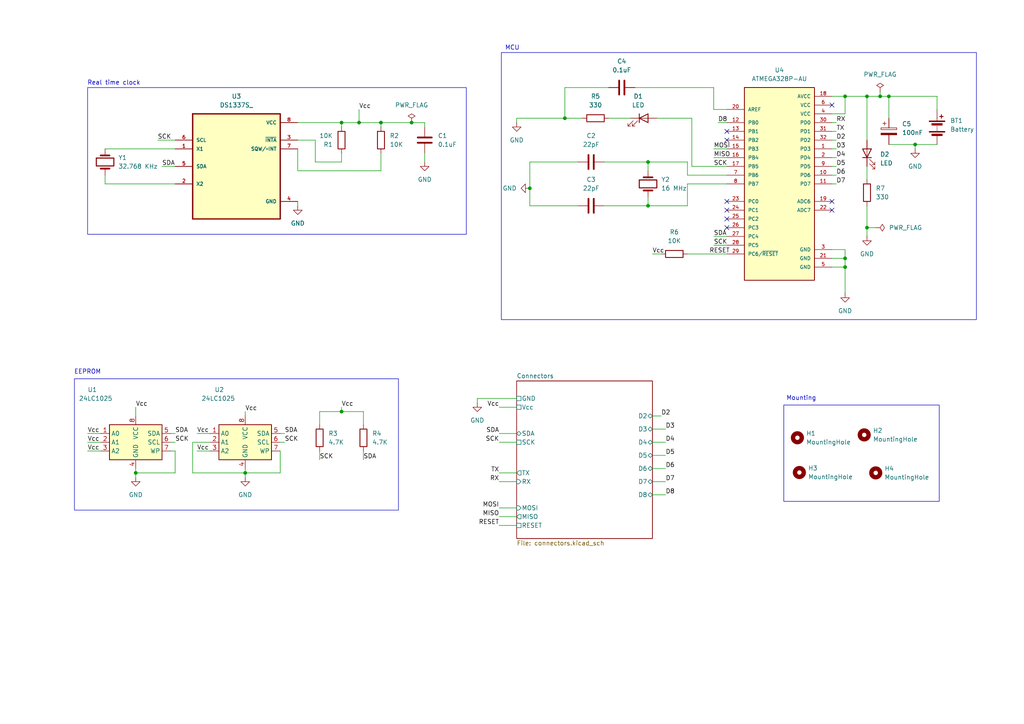
<source format=kicad_sch>
(kicad_sch (version 20250114) (generator "eeschema") (generator_version "9.0")
  (paper "A4")
  (title_block (title "${project_name}") (date "2025-08-30") (rev "1"))
  (lib_symbols
    (symbol "ATMEGA328P-AU:ATMEGA328P-AU" (pin_names (offset 1.016))
      (property "Reference" "U4" (at 0 33.02 0))
      (property "Value" "ATMEGA328P-AU" (at 0 30.48 0))
      (symbol "ATMEGA328P-AU_0_0"
        (rectangle (start -10.16 -27.94) (end 10.16 27.94) (stroke (width 0.254)) (fill (type background)))
        (pin input line (at -15.24 21.59 0) (length 5.08) (name "AREF") (number "20"))
        (pin bidirectional line (at -15.24 17.78 0) (length 5.08) (name "PB0") (number "12"))
        (pin bidirectional line (at -15.24 15.24 0) (length 5.08) (name "PB1") (number "13"))
        (pin bidirectional line (at -15.24 12.7 0) (length 5.08) (name "PB2") (number "14"))
        (pin bidirectional line (at -15.24 10.16 0) (length 5.08) (name "PB3") (number "15"))
        (pin bidirectional line (at -15.24 7.62 0) (length 5.08) (name "PB4") (number "16"))
        (pin bidirectional line (at -15.24 5.08 0) (length 5.08) (name "PB5") (number "17"))
        (pin bidirectional line (at -15.24 2.54 0) (length 5.08) (name "PB6") (number "7"))
        (pin bidirectional line (at -15.24 0 0) (length 5.08) (name "PB7") (number "8"))
        (pin bidirectional line (at -15.24 -5.08 0) (length 5.08) (name "PC0") (number "23"))
        (pin bidirectional line (at -15.24 -7.62 0) (length 5.08) (name "PC1") (number "24"))
        (pin bidirectional line (at -15.24 -10.16 0) (length 5.08) (name "PC2") (number "25"))
        (pin bidirectional line (at -15.24 -12.7 0) (length 5.08) (name "PC3") (number "26"))
        (pin bidirectional line (at -15.24 -15.24 0) (length 5.08) (name "PC4") (number "27"))
        (pin bidirectional line (at -15.24 -17.78 0) (length 5.08) (name "PC5") (number "28"))
        (pin bidirectional line (at -15.24 -20.32 0) (length 5.08) (name "PC6/~{RESET}") (number "29"))
        (pin power_in line (at 15.24 25.4 180) (length 5.08) (name "AVCC") (number "18"))
        (pin power_in line (at 15.24 22.86 180) (length 5.08) (name "VCC") (number "6"))
        (pin power_in line (at 15.24 20.32 180) (length 5.08) (name "VCC") (number "4"))
        (pin bidirectional line (at 15.24 17.78 180) (length 5.08) (name "PD0") (number "30"))
        (pin bidirectional line (at 15.24 15.24 180) (length 5.08) (name "PD1") (number "31"))
        (pin bidirectional line (at 15.24 12.7 180) (length 5.08) (name "PD2") (number "32"))
        (pin bidirectional line (at 15.24 10.16 180) (length 5.08) (name "PD3") (number "1"))
        (pin bidirectional line (at 15.24 7.62 180) (length 5.08) (name "PD4") (number "2"))
        (pin bidirectional line (at 15.24 5.08 180) (length 5.08) (name "PD5") (number "9"))
        (pin bidirectional line (at 15.24 2.54 180) (length 5.08) (name "PD6") (number "10"))
        (pin bidirectional line (at 15.24 0 180) (length 5.08) (name "PD7") (number "11"))
        (pin bidirectional line (at 15.24 -5.08 180) (length 5.08) (name "ADC6") (number "19"))
        (pin bidirectional line (at 15.24 -7.62 180) (length 5.08) (name "ADC7") (number "22"))
        (pin power_in line (at 15.24 -19.05 180) (length 5.08) (name "GND") (number "3"))
        (pin power_in line (at 15.24 -21.59 180) (length 5.08) (name "GND") (number "21"))
        (pin power_in line (at 15.24 -24.13 180) (length 5.08) (name "GND") (number "5"))
      )
    )
    (symbol "DS1337S_:DS1337S_" (pin_names (offset 1.016))
      (property "Reference" "U" (at -12.7 16.24 0))
      (property "Value" "DS1337S_" (at -12.7 -19.24 0))
      (symbol "DS1337S__0_0"
        (rectangle (start -12.7 -15.24) (end 12.7 15.24) (stroke (width 0.41)) (fill (type background)))
        (pin input line (at -17.78 7.62 0) (length 5.08) (name "SCL") (number "6"))
        (pin input line (at -17.78 5.08 0) (length 5.08) (name "X1") (number "1"))
        (pin bidirectional line (at -17.78 0 0) (length 5.08) (name "SDA") (number "5"))
        (pin bidirectional line (at -17.78 -5.08 0) (length 5.08) (name "X2") (number "2"))
        (pin power_in line (at 17.78 12.7 180) (length 5.08) (name "VCC") (number "8"))
        (pin output line (at 17.78 7.62 180) (length 5.08) (name "~{INTA}") (number "3"))
        (pin output line (at 17.78 5.08 180) (length 5.08) (name "SQW/~INT") (number "7"))
        (pin power_in line (at 17.78 -10.16 180) (length 5.08) (name "GND") (number "4"))
      )
    )
    (symbol "Device:Battery" (pin_numbers (hide yes)) (pin_names (offset 0) (hide yes))
      (property "Reference" "BT" (at 2.54 2.54 0))
      (property "Value" "Battery" (at 2.54 0 0))
      (symbol "Battery_0_1"
        (rectangle (start -2.286 1.778) (end 2.286 1.524) (fill (type outline)))
        (rectangle (start -2.286 -1.27) (end 2.286 -1.524) (fill (type outline)))
        (rectangle (start -1.524 1.016) (end 1.524 0.508) (fill (type outline)))
        (rectangle (start -1.524 -2.032) (end 1.524 -2.54) (fill (type outline)))
        (polyline (pts (xy 0 1.778) (xy 0 2.54)))
        (polyline (pts (xy 0 0) (xy 0 0.254)))
        (polyline (pts (xy 0 -0.508) (xy 0 -0.254)))
        (polyline (pts (xy 0 -1.016) (xy 0 -0.762)))
        (polyline (pts (xy 0.762 3.048) (xy 1.778 3.048)) (stroke (width 0.254)))
        (polyline (pts (xy 1.27 3.556) (xy 1.27 2.54)) (stroke (width 0.254)))
      )
      (symbol "Battery_1_1"
        (pin passive line (at 0 5.08 270) (length 2.54) (name "+") (number "1"))
        (pin passive line (at 0 -5.08 90) (length 2.54) (name "-") (number "2"))
      )
    )
    (symbol "Device:C" (pin_numbers (hide yes)) (pin_names (offset 0.254))
      (property "Reference" "C" (at 0.635 2.54 0))
      (property "Value" "C" (at 0.635 -2.54 0))
      (symbol "C_0_1"
        (polyline (pts (xy -2.032 0.762) (xy 2.032 0.762)) (stroke (width 0.508)))
        (polyline (pts (xy -2.032 -0.762) (xy 2.032 -0.762)) (stroke (width 0.508)))
      )
      (symbol "C_1_1"
        (pin passive line (at 0 3.81 270) (length 2.794) (name "~") (number "1"))
        (pin passive line (at 0 -3.81 90) (length 2.794) (name "~") (number "2"))
      )
    )
    (symbol "Device:C_Polarized" (pin_numbers (hide yes)) (pin_names (offset 0.254))
      (property "Reference" "C" (at 0.635 2.54 0))
      (property "Value" "C_Polarized" (at 0.635 -2.54 0))
      (symbol "C_Polarized_0_1"
        (rectangle (start -2.286 0.508) (end 2.286 1.016))
        (polyline (pts (xy -1.778 2.286) (xy -0.762 2.286)))
        (polyline (pts (xy -1.27 2.794) (xy -1.27 1.778)))
        (rectangle (start 2.286 -0.508) (end -2.286 -1.016) (fill (type outline)))
      )
      (symbol "C_Polarized_1_1"
        (pin passive line (at 0 3.81 270) (length 2.794) (name "~") (number "1"))
        (pin passive line (at 0 -3.81 90) (length 2.794) (name "~") (number "2"))
      )
    )
    (symbol "Device:Crystal" (pin_numbers (hide yes)) (pin_names (offset 1.016) (hide yes))
      (property "Reference" "Y" (at 0 3.81 0))
      (property "Value" "Crystal" (at 0 -3.81 0))
      (symbol "Crystal_0_1"
        (polyline (pts (xy -2.54 0) (xy -1.905 0)))
        (polyline (pts (xy -1.905 -1.27) (xy -1.905 1.27)) (stroke (width 0.508)))
        (rectangle (start -1.143 2.54) (end 1.143 -2.54) (stroke (width 0.3048)))
        (polyline (pts (xy 1.905 -1.27) (xy 1.905 1.27)) (stroke (width 0.508)))
        (polyline (pts (xy 2.54 0) (xy 1.905 0)))
      )
      (symbol "Crystal_1_1"
        (pin passive line (at -3.81 0 0) (length 1.27) (name "1") (number "1"))
        (pin passive line (at 3.81 0 180) (length 1.27) (name "2") (number "2"))
      )
    )
    (symbol "Device:LED" (pin_numbers (hide yes)) (pin_names (offset 1.016) (hide yes))
      (property "Reference" "D" (at 0 2.54 0))
      (property "Value" "LED" (at 0 -2.54 0))
      (symbol "LED_0_1"
        (polyline (pts (xy -3.048 -0.762) (xy -4.572 -2.286) (xy -3.81 -2.286) (xy -4.572 -2.286) (xy -4.572 -1.524)))
        (polyline (pts (xy -1.778 -0.762) (xy -3.302 -2.286) (xy -2.54 -2.286) (xy -3.302 -2.286) (xy -3.302 -1.524)))
        (polyline (pts (xy -1.27 0) (xy 1.27 0)))
        (polyline (pts (xy -1.27 -1.27) (xy -1.27 1.27)) (stroke (width 0.254)))
        (polyline (pts (xy 1.27 -1.27) (xy 1.27 1.27) (xy -1.27 0) (xy 1.27 -1.27)) (stroke (width 0.254)))
      )
      (symbol "LED_1_1"
        (pin passive line (at -3.81 0 0) (length 2.54) (name "K") (number "1"))
        (pin passive line (at 3.81 0 180) (length 2.54) (name "A") (number "2"))
      )
    )
    (symbol "Device:R" (pin_numbers (hide yes)) (pin_names (offset 0))
      (property "Reference" "R" (at 2.032 0 90))
      (property "Value" "R" (at 0 0 90))
      (symbol "R_0_1"
        (rectangle (start -1.016 -2.54) (end 1.016 2.54) (stroke (width 0.254)))
      )
      (symbol "R_1_1"
        (pin passive line (at 0 3.81 270) (length 1.27) (name "~") (number "1"))
        (pin passive line (at 0 -3.81 90) (length 1.27) (name "~") (number "2"))
      )
    )
    (symbol "Mechanical:MountingHole" (pin_names (offset 1.016)) (in_bom no)
      (property "Reference" "H" (at 0 5.08 0))
      (property "Value" "MountingHole" (at 0 3.175 0))
      (symbol "MountingHole_0_1"
        (circle (center 0 0) (radius 1.27) (stroke (width 1.27)))
      )
    )
    (symbol "Memory_EEPROM:24LC1025"
      (property "Reference" "U" (at -6.35 6.35 0))
      (property "Value" "24LC1025" (at 1.27 6.35 0))
      (symbol "24LC1025_1_1"
        (rectangle (start -7.62 5.08) (end 7.62 -5.08) (stroke (width 0.254)) (fill (type background)))
        (pin input line (at -10.16 2.54 0) (length 2.54) (name "A0") (number "1"))
        (pin input line (at -10.16 0 0) (length 2.54) (name "A1") (number "2"))
        (pin input line (at -10.16 -2.54 0) (length 2.54) (name "A2") (number "3"))
        (pin power_in line (at 0 7.62 270) (length 2.54) (name "VCC") (number "8"))
        (pin power_in line (at 0 -7.62 90) (length 2.54) (name "GND") (number "4"))
        (pin bidirectional line (at 10.16 2.54 180) (length 2.54) (name "SDA") (number "5"))
        (pin input line (at 10.16 0 180) (length 2.54) (name "SCL") (number "6"))
        (pin input line (at 10.16 -2.54 180) (length 2.54) (name "WP") (number "7"))
      )
    )
    (symbol "power:GND" (power) (pin_numbers (hide yes)) (pin_names (offset 0) (hide yes))
      (property "Value" "GND" (at 0 -3.81 0))
      (symbol "GND_0_1"
        (polyline (pts (xy 0 0) (xy 0 -1.27) (xy 1.27 -1.27) (xy 0 -2.54) (xy -1.27 -1.27) (xy 0 -1.27)))
      )
      (symbol "GND_1_1"
        (pin power_in line (at 0 0 270) (length 0) (name "~") (number "1"))
      )
    )
    (symbol "power:PWR_FLAG" (power) (pin_numbers (hide yes)) (pin_names (offset 0) (hide yes))
      (property "Value" "PWR_FLAG" (at 0 3.81 0))
      (symbol "PWR_FLAG_0_0"
        (pin power_out line (at 0 0 90) (length 0) (name "~") (number "1"))
      )
      (symbol "PWR_FLAG_0_1"
        (polyline (pts (xy 0 0) (xy 0 1.27) (xy -1.016 1.905) (xy 0 2.54) (xy 1.016 1.905) (xy 0 1.27)))
      )
    )
  )
  (rectangle (start 227.33 117.475) (end 272.415 145.415))
  (rectangle (start 25.4 25.4) (end 135.255 67.945))
  (rectangle (start 145.415 15.24) (end 283.21 92.71))
  (rectangle (start 21.59 109.855) (end 115.57 147.955))
  (text "Mounting\n" (at 232.41 115.57 0) (effects (font (size 1.27 1.27))))
  (text "Real time clock" (at 33.02 24.13 0) (effects (font (size 1.27 1.27))))
  (text "MCU\n" (at 148.59 13.97 0) (effects (font (size 1.27 1.27))))
  (text "EEPROM" (at 25.4 107.95 0) (effects (font (size 1.27 1.27))))
  (junction (at 245.11 77.47))
  (junction (at 110.49 35.56))
  (junction (at 99.06 35.56))
  (junction (at 255.27 27.94))
  (junction (at 251.46 66.04))
  (junction (at 71.12 137.16))
  (junction (at 39.37 137.16))
  (junction (at 153.67 54.61))
  (junction (at 265.43 41.91))
  (junction (at 245.11 74.93))
  (junction (at 187.96 46.99))
  (junction (at 99.06 119.38))
  (junction (at 119.38 35.56))
  (junction (at 251.46 27.94))
  (junction (at 245.11 27.94))
  (junction (at 104.14 35.56))
  (junction (at 163.83 34.29))
  (junction (at 257.81 27.94))
  (junction (at 187.96 59.69))
  (no_connect (at 241.3 30.48))
  (no_connect (at 210.82 63.5))
  (no_connect (at 210.82 38.1))
  (no_connect (at 210.82 60.96))
  (no_connect (at 241.3 60.96))
  (no_connect (at 241.3 58.42))
  (no_connect (at 210.82 66.04))
  (no_connect (at 210.82 40.64))
  (no_connect (at 210.82 58.42))
  (wire (pts (xy 86.36 35.56) (xy 99.06 35.56)))
  (wire (pts (xy 199.39 73.66) (xy 210.82 73.66)))
  (wire (pts (xy 25.4 130.81) (xy 29.21 130.81)))
  (wire (pts (xy 187.96 46.99) (xy 199.39 46.99)))
  (wire (pts (xy 86.36 40.64) (xy 91.44 40.64)))
  (wire (pts (xy 271.78 27.94) (xy 271.78 31.75)))
  (wire (pts (xy 92.71 123.19) (xy 92.71 119.38)))
  (wire (pts (xy 187.96 59.69) (xy 199.39 59.69)))
  (wire (pts (xy 86.36 43.18) (xy 86.36 49.53)))
  (wire (pts (xy 241.3 74.93) (xy 245.11 74.93)))
  (wire (pts (xy 200.66 48.26) (xy 210.82 48.26)))
  (wire (pts (xy 199.39 53.34) (xy 210.82 53.34)))
  (wire (pts (xy 92.71 119.38) (xy 99.06 119.38)))
  (wire (pts (xy 144.78 139.7) (xy 149.86 139.7)))
  (wire (pts (xy 49.53 130.81) (xy 50.8 130.81)))
  (wire (pts (xy 153.67 46.99) (xy 167.64 46.99)))
  (wire (pts (xy 153.67 59.69) (xy 153.67 54.61)))
  (wire (pts (xy 45.72 40.64) (xy 50.8 40.64)))
  (wire (pts (xy 208.28 35.56) (xy 210.82 35.56)))
  (wire (pts (xy 50.8 128.27) (xy 49.53 128.27)))
  (wire (pts (xy 163.83 34.29) (xy 149.86 34.29)))
  (wire (pts (xy 242.57 53.34) (xy 241.3 53.34)))
  (wire (pts (xy 71.12 119.38) (xy 71.12 120.65)))
  (wire (pts (xy 199.39 50.8) (xy 210.82 50.8)))
  (wire (pts (xy 251.46 66.04) (xy 251.46 59.69)))
  (wire (pts (xy 81.28 137.16) (xy 71.12 137.16)))
  (wire (pts (xy 82.55 125.73) (xy 81.28 125.73)))
  (wire (pts (xy 207.01 25.4) (xy 184.15 25.4)))
  (wire (pts (xy 138.43 116.84) (xy 138.43 115.57)))
  (wire (pts (xy 81.28 130.81) (xy 81.28 137.16)))
  (wire (pts (xy 251.46 27.94) (xy 255.27 27.94)))
  (wire (pts (xy 92.71 133.35) (xy 92.71 130.81)))
  (wire (pts (xy 144.78 149.86) (xy 149.86 149.86)))
  (wire (pts (xy 251.46 40.64) (xy 251.46 27.94)))
  (wire (pts (xy 123.19 46.99) (xy 123.19 44.45)))
  (wire (pts (xy 257.81 27.94) (xy 257.81 34.29)))
  (wire (pts (xy 104.14 35.56) (xy 110.49 35.56)))
  (wire (pts (xy 144.78 147.32) (xy 149.86 147.32)))
  (wire (pts (xy 123.19 35.56) (xy 123.19 36.83)))
  (wire (pts (xy 144.78 125.73) (xy 149.86 125.73)))
  (wire (pts (xy 86.36 49.53) (xy 110.49 49.53)))
  (wire (pts (xy 110.49 35.56) (xy 119.38 35.56)))
  (wire (pts (xy 245.11 33.02) (xy 245.11 27.94)))
  (wire (pts (xy 210.82 31.75) (xy 207.01 31.75)))
  (wire (pts (xy 91.44 40.64) (xy 91.44 46.99)))
  (wire (pts (xy 193.04 139.7) (xy 189.23 139.7)))
  (wire (pts (xy 193.04 135.89) (xy 189.23 135.89)))
  (wire (pts (xy 39.37 137.16) (xy 39.37 138.43)))
  (wire (pts (xy 86.36 58.42) (xy 86.36 59.69)))
  (wire (pts (xy 55.88 128.27) (xy 60.96 128.27)))
  (wire (pts (xy 71.12 137.16) (xy 71.12 138.43)))
  (wire (pts (xy 245.11 72.39) (xy 245.11 74.93)))
  (wire (pts (xy 255.27 26.67) (xy 255.27 27.94)))
  (wire (pts (xy 189.23 120.65) (xy 191.77 120.65)))
  (wire (pts (xy 242.57 35.56) (xy 241.3 35.56)))
  (wire (pts (xy 189.23 73.66) (xy 191.77 73.66)))
  (wire (pts (xy 50.8 125.73) (xy 49.53 125.73)))
  (wire (pts (xy 144.78 137.16) (xy 149.86 137.16)))
  (wire (pts (xy 241.3 27.94) (xy 245.11 27.94)))
  (wire (pts (xy 149.86 34.29) (xy 149.86 35.56)))
  (wire (pts (xy 245.11 77.47) (xy 245.11 85.09)))
  (wire (pts (xy 144.78 128.27) (xy 149.86 128.27)))
  (wire (pts (xy 187.96 57.15) (xy 187.96 59.69)))
  (wire (pts (xy 57.15 125.73) (xy 60.96 125.73)))
  (wire (pts (xy 119.38 35.56) (xy 123.19 35.56)))
  (wire (pts (xy 187.96 49.53) (xy 187.96 46.99)))
  (wire (pts (xy 207.01 68.58) (xy 210.82 68.58)))
  (wire (pts (xy 257.81 41.91) (xy 265.43 41.91)))
  (wire (pts (xy 241.3 33.02) (xy 245.11 33.02)))
  (wire (pts (xy 55.88 137.16) (xy 55.88 128.27)))
  (wire (pts (xy 105.41 119.38) (xy 105.41 123.19)))
  (wire (pts (xy 153.67 54.61) (xy 153.67 46.99)))
  (wire (pts (xy 110.49 49.53) (xy 110.49 44.45)))
  (wire (pts (xy 50.8 53.34) (xy 30.48 53.34)))
  (wire (pts (xy 207.01 31.75) (xy 207.01 25.4)))
  (wire (pts (xy 91.44 46.99) (xy 99.06 46.99)))
  (wire (pts (xy 25.4 125.73) (xy 29.21 125.73)))
  (wire (pts (xy 110.49 35.56) (xy 110.49 36.83)))
  (wire (pts (xy 99.06 35.56) (xy 99.06 36.83)))
  (wire (pts (xy 175.26 59.69) (xy 187.96 59.69)))
  (wire (pts (xy 242.57 40.64) (xy 241.3 40.64)))
  (wire (pts (xy 242.57 38.1) (xy 241.3 38.1)))
  (wire (pts (xy 245.11 77.47) (xy 241.3 77.47)))
  (wire (pts (xy 167.64 59.69) (xy 153.67 59.69)))
  (wire (pts (xy 245.11 74.93) (xy 245.11 77.47)))
  (wire (pts (xy 255.27 27.94) (xy 257.81 27.94)))
  (wire (pts (xy 168.91 34.29) (xy 163.83 34.29)))
  (wire (pts (xy 190.5 34.29) (xy 200.66 34.29)))
  (wire (pts (xy 25.4 128.27) (xy 29.21 128.27)))
  (wire (pts (xy 242.57 45.72) (xy 241.3 45.72)))
  (wire (pts (xy 251.46 48.26) (xy 251.46 52.07)))
  (wire (pts (xy 251.46 66.04) (xy 254 66.04)))
  (wire (pts (xy 99.06 35.56) (xy 104.14 35.56)))
  (wire (pts (xy 30.48 53.34) (xy 30.48 50.8)))
  (wire (pts (xy 207.01 71.12) (xy 210.82 71.12)))
  (wire (pts (xy 199.39 59.69) (xy 199.39 53.34)))
  (wire (pts (xy 251.46 68.58) (xy 251.46 66.04)))
  (wire (pts (xy 138.43 115.57) (xy 149.86 115.57)))
  (wire (pts (xy 82.55 128.27) (xy 81.28 128.27)))
  (wire (pts (xy 99.06 46.99) (xy 99.06 44.45)))
  (wire (pts (xy 242.57 50.8) (xy 241.3 50.8)))
  (wire (pts (xy 200.66 34.29) (xy 200.66 48.26)))
  (wire (pts (xy 207.01 45.72) (xy 210.82 45.72)))
  (wire (pts (xy 176.53 25.4) (xy 163.83 25.4)))
  (wire (pts (xy 163.83 25.4) (xy 163.83 34.29)))
  (wire (pts (xy 193.04 132.08) (xy 189.23 132.08)))
  (wire (pts (xy 175.26 46.99) (xy 187.96 46.99)))
  (wire (pts (xy 71.12 137.16) (xy 55.88 137.16)))
  (wire (pts (xy 39.37 135.89) (xy 39.37 137.16)))
  (wire (pts (xy 265.43 41.91) (xy 271.78 41.91)))
  (wire (pts (xy 199.39 46.99) (xy 199.39 50.8)))
  (wire (pts (xy 104.14 31.75) (xy 104.14 35.56)))
  (wire (pts (xy 144.78 152.4) (xy 149.86 152.4)))
  (wire (pts (xy 241.3 72.39) (xy 245.11 72.39)))
  (wire (pts (xy 39.37 118.11) (xy 39.37 120.65)))
  (wire (pts (xy 265.43 41.91) (xy 265.43 43.18)))
  (wire (pts (xy 242.57 48.26) (xy 241.3 48.26)))
  (wire (pts (xy 57.15 130.81) (xy 60.96 130.81)))
  (wire (pts (xy 99.06 118.11) (xy 99.06 119.38)))
  (wire (pts (xy 176.53 34.29) (xy 182.88 34.29)))
  (wire (pts (xy 105.41 133.35) (xy 105.41 130.81)))
  (wire (pts (xy 257.81 27.94) (xy 271.78 27.94)))
  (wire (pts (xy 242.57 43.18) (xy 241.3 43.18)))
  (wire (pts (xy 144.78 118.11) (xy 149.86 118.11)))
  (wire (pts (xy 193.04 143.51) (xy 189.23 143.51)))
  (wire (pts (xy 50.8 137.16) (xy 39.37 137.16)))
  (wire (pts (xy 71.12 135.89) (xy 71.12 137.16)))
  (wire (pts (xy 193.04 128.27) (xy 189.23 128.27)))
  (wire (pts (xy 50.8 130.81) (xy 50.8 137.16)))
  (wire (pts (xy 30.48 43.18) (xy 50.8 43.18)))
  (wire (pts (xy 245.11 27.94) (xy 251.46 27.94)))
  (wire (pts (xy 207.01 43.18) (xy 210.82 43.18)))
  (wire (pts (xy 193.04 124.46) (xy 189.23 124.46)))
  (wire (pts (xy 46.99 48.26) (xy 50.8 48.26)))
  (wire (pts (xy 99.06 119.38) (xy 105.41 119.38)))
  (label "Vcc" (at 39.37 118.11 0))
  (label "D6" (at 242.57 50.8 0))
  (label "Vcc" (at 57.15 125.73 0))
  (label "MISO" (at 207.01 45.72 0))
  (label "RESET" (at 144.78 152.4 180))
  (label "D7" (at 242.57 53.34 0))
  (label "SDA" (at 46.99 48.26 0))
  (label "D3" (at 193.04 124.46 0))
  (label "SCK" (at 45.72 40.64 0))
  (label "D6" (at 193.04 135.89 0))
  (label "Vcc" (at 144.78 118.11 180))
  (label "D3" (at 242.57 43.18 0))
  (label "Vcc" (at 71.12 119.38 0))
  (label "SCK" (at 207.01 48.26 0))
  (label "RX" (at 144.78 139.7 180))
  (label "RX" (at 242.57 35.56 0))
  (label "D4" (at 242.57 45.72 0))
  (label "SDA" (at 50.8 125.73 0))
  (label "D8" (at 193.04 143.51 0))
  (label "D2" (at 242.57 40.64 0))
  (label "MOSI" (at 144.78 147.32 180))
  (label "SDA" (at 207.01 68.58 0))
  (label "SDA" (at 144.78 125.73 180))
  (label "RESET" (at 205.74 73.66 0))
  (label "SDA" (at 82.55 125.73 0))
  (label "Vcc" (at 25.4 128.27 0))
  (label "Vcc" (at 104.14 31.75 0))
  (label "SCK" (at 82.55 128.27 0))
  (label "Vcc" (at 57.15 130.81 0))
  (label "MOSI" (at 207.01 43.18 0))
  (label "SCK" (at 50.8 128.27 0))
  (label "Vcc" (at 25.4 130.81 0))
  (label "D5" (at 193.04 132.08 0))
  (label "SCK" (at 207.01 71.12 0))
  (label "MISO" (at 144.78 149.86 180))
  (label "Vcc" (at 25.4 125.73 0))
  (label "D5" (at 242.57 48.26 0))
  (label "D7" (at 193.04 139.7 0))
  (label "Vcc" (at 189.23 73.66 0))
  (label "D4" (at 193.04 128.27 0))
  (label "Vcc" (at 99.06 118.11 0))
  (label "SDA" (at 105.41 133.35 0))
  (label "D8" (at 208.28 35.56 0))
  (label "D2" (at 191.77 120.65 0))
  (label "SCK" (at 144.78 128.27 180))
  (label "TX" (at 242.57 38.1 0))
  (label "TX" (at 144.78 137.16 180))
  (label "SCK" (at 92.71 133.35 0))
  (symbol (lib_id "Device:R") (at 195.58 73.66 90) (unit 1)
    (property "Reference" "R6" (at 195.58 67.31 90))
    (property "Value" "10K" (at 195.58 69.85 90))
    (property "Footprint" "Resistor_SMD:R_0805_2012Metric" (effects (hide yes)))
    (property "Description" "Resistor" (effects (hide yes)))
  )
  (symbol (lib_id "power:GND") (at 71.12 138.43 0) (unit 1)
    (property "Reference" "#PWR04" (effects (hide yes)))
    (property "Value" "GND" (at 71.12 143.51 0))
    (property "Description" "Power symbol creates a global label with name \"GND\" , ground" (effects (hide yes)))
  )
  (symbol (lib_id "power:PWR_FLAG") (at 254 66.04 270) (unit 1)
    (property "Reference" "#FLG02" (effects (hide yes)))
    (property "Value" "PWR_FLAG" (at 257.81 66.0399 90) (effects (justify left)))
    (property "Description" "Special symbol for telling ERC where power comes from" (effects (hide yes)))
  )
  (symbol (lib_id "power:GND") (at 149.86 35.56 0) (unit 1)
    (property "Reference" "#PWR09" (effects (hide yes)))
    (property "Value" "GND" (at 149.86 40.64 0))
    (property "Description" "Power symbol creates a global label with name \"GND\" , ground" (effects (hide yes)))
  )
  (symbol (lib_id "Device:Battery") (at 271.78 36.83 0) (unit 1)
    (property "Reference" "BT1" (at 275.59 34.9884 0) (effects (justify left)))
    (property "Value" "Battery" (at 275.59 37.5284 0) (effects (justify left)))
    (property "Footprint" "Connector_PinHeader_2.54mm:PinHeader_1x02_P2.54mm_Vertical" (effects (hide yes)))
    (property "Description" "Multiple-cell battery" (effects (hide yes)))
  )
  (symbol (lib_id "ATMEGA328P-AU:ATMEGA328P-AU") (at 226.06 53.34 0) (unit 1)
    (property "Reference" "U4" (at 226.06 20.32 0))
    (property "Value" "ATMEGA328P-AU" (at 226.06 22.86 0))
    (property "Footprint" "Footprints:QFP80P900X900X120-32N" (effects (hide yes)))
    (property "MF" "Microchip" (effects (hide yes)))
    (property "MAXIMUM_PACKAGE_HEIGHT" "1.20mm" (effects (hide yes)))
    (property "Package" "TQFP-32 Microchip" (effects (hide yes)))
    (property "Price" "None" (effects (hide yes)))
    (property "Check_prices" "https://www.snapeda.com/parts/ATMEGA328P-AU/Microchip+Technology/view-part/?ref=eda" (effects (hide yes)))
    (property "STANDARD" "IPC-7351B" (effects (hide yes)))
    (property "PARTREV" "8271A" (effects (hide yes)))
    (property "SnapEDA_Link" "https://www.snapeda.com/parts/ATMEGA328P-AU/Microchip+Technology/view-part/?ref=snap" (effects (hide yes)))
    (property "MP" "ATMEGA328P-AU" (effects (hide yes)))
    (property "Description_1" "AVR AVR® ATmega Microcontroller IC 8-Bit 20MHz 32KB (16K x 16) FLASH 32-TQFP (7x7)" (effects (hide yes)))
    (property "Availability" "In Stock" (effects (hide yes)))
    (property "MANUFACTURER" "Microchip" (effects (hide yes)))
  )
  (symbol (lib_id "power:GND") (at 153.67 54.61 270) (unit 1)
    (property "Reference" "#PWR08" (effects (hide yes)))
    (property "Value" "GND" (at 149.86 54.6099 90) (effects (justify right)))
    (property "Description" "Power symbol creates a global label with name \"GND\" , ground" (effects (hide yes)))
  )
  (symbol (lib_id "power:GND") (at 123.19 46.99 0) (unit 1)
    (property "Reference" "#PWR02" (effects (hide yes)))
    (property "Value" "GND" (at 123.19 52.07 0))
    (property "Description" "Power symbol creates a global label with name \"GND\" , ground" (effects (hide yes)))
  )
  (symbol (lib_id "Mechanical:MountingHole") (at 231.2793 126.969 0) (unit 1) (in_bom no)
    (property "Reference" "H1" (at 233.8193 125.6989 0) (effects (justify left)))
    (property "Value" "MountingHole" (at 233.8193 128.2389 0) (effects (justify left)))
    (property "Footprint" "MountingHole:MountingHole_2.1mm" (effects (hide yes)))
    (property "Description" "Mounting Hole without connection" (effects (hide yes)))
  )
  (symbol (lib_id "Device:R") (at 99.06 40.64 180) (unit 1)
    (property "Reference" "R1" (at 96.52 41.9101 0) (effects (justify left)))
    (property "Value" "10K" (at 96.52 39.3701 0) (effects (justify left)))
    (property "Footprint" "Resistor_SMD:R_0805_2012Metric" (effects (hide yes)))
    (property "Description" "Resistor" (effects (hide yes)))
  )
  (symbol (lib_id "Device:C") (at 123.19 40.64 0) (unit 1)
    (property "Reference" "C1" (at 127 39.3699 0) (effects (justify left)))
    (property "Value" "0.1uF" (at 127 41.9099 0) (effects (justify left)))
    (property "Footprint" "Capacitor_SMD:C_0805_2012Metric" (effects (hide yes)))
    (property "Description" "Unpolarized capacitor" (effects (hide yes)))
  )
  (symbol (lib_id "Device:C_Polarized") (at 257.81 38.1 0) (unit 1)
    (property "Reference" "C5" (at 261.62 35.9409 0) (effects (justify left)))
    (property "Value" "100nF" (at 261.62 38.4809 0) (effects (justify left)))
    (property "Footprint" "Capacitor_SMD:C_0805_2012Metric" (effects (hide yes)))
    (property "Description" "Polarized capacitor" (effects (hide yes)))
  )
  (symbol (lib_id "Mechanical:MountingHole") (at 250.6604 126.1394 0) (unit 1) (in_bom no)
    (property "Reference" "H2" (at 253.2004 124.8693 0) (effects (justify left)))
    (property "Value" "MountingHole" (at 253.2004 127.4093 0) (effects (justify left)))
    (property "Footprint" "MountingHole:MountingHole_2.1mm" (effects (hide yes)))
    (property "Description" "Mounting Hole without connection" (effects (hide yes)))
  )
  (symbol (lib_id "power:GND") (at 86.36 59.69 0) (unit 1)
    (property "Reference" "#PWR01" (effects (hide yes)))
    (property "Value" "GND" (at 86.36 64.77 0))
    (property "Description" "Power symbol creates a global label with name \"GND\" , ground" (effects (hide yes)))
  )
  (symbol (lib_id "Device:C") (at 171.45 46.99 90) (unit 1)
    (property "Reference" "C2" (at 171.45 39.37 90))
    (property "Value" "22pF" (at 171.45 41.91 90))
    (property "Footprint" "Capacitor_SMD:C_0805_2012Metric" (effects (hide yes)))
    (property "Description" "Unpolarized capacitor" (effects (hide yes)))
  )
  (symbol (lib_id "Mechanical:MountingHole") (at 254 137.16 0) (unit 1) (in_bom no)
    (property "Reference" "H4" (at 256.54 135.8899 0) (effects (justify left)))
    (property "Value" "MountingHole" (at 256.54 138.4299 0) (effects (justify left)))
    (property "Footprint" "MountingHole:MountingHole_2.1mm" (effects (hide yes)))
    (property "Description" "Mounting Hole without connection" (effects (hide yes)))
  )
  (symbol (lib_id "Device:R") (at 172.72 34.29 90) (unit 1)
    (property "Reference" "R5" (at 172.72 27.94 90))
    (property "Value" "330" (at 172.72 30.48 90))
    (property "Footprint" "Resistor_SMD:R_0805_2012Metric" (effects (hide yes)))
    (property "Description" "Resistor" (effects (hide yes)))
  )
  (symbol (lib_id "Memory_EEPROM:24LC1025") (at 71.12 128.27 0) (unit 1)
    (property "Reference" "U2" (at 62.23 113.03 0) (effects (justify left)))
    (property "Value" "24LC1025" (at 58.42 115.57 0) (effects (justify left)))
    (property "Footprint" "Package_SO:SOIC-8_5.3x5.3mm_P1.27mm" (effects (hide yes)))
    (property "Datasheet" "http://ww1.microchip.com/downloads/en/DeviceDoc/21941B.pdf" (effects (hide yes)))
    (property "Description" "I2C Serial EEPROM, 1024Kb, DIP-8/SOIC-8/TSSOP-8/DFN-8" (effects (hide yes)))
  )
  (symbol (lib_id "Device:LED") (at 186.69 34.29 0) (unit 1)
    (property "Reference" "D1" (at 185.1025 27.94 0))
    (property "Value" "LED" (at 185.1025 30.48 0))
    (property "Footprint" "LED_SMD:LED_0805_2012Metric" (effects (hide yes)))
    (property "Description" "Light emitting diode" (effects (hide yes)))
    (property "Sim.Pins" "1=K 2=A" (effects (hide yes)))
  )
  (symbol (lib_id "Device:R") (at 110.49 40.64 0) (unit 1)
    (property "Reference" "R2" (at 113.03 39.3699 0) (effects (justify left)))
    (property "Value" "10K" (at 113.03 41.9099 0) (effects (justify left)))
    (property "Footprint" "Resistor_SMD:R_0805_2012Metric" (effects (hide yes)))
    (property "Description" "Resistor" (effects (hide yes)))
  )
  (symbol (lib_id "power:GND") (at 265.43 43.18 0) (unit 1)
    (property "Reference" "#PWR07" (effects (hide yes)))
    (property "Value" "GND" (at 265.43 48.26 0))
    (property "Description" "Power symbol creates a global label with name \"GND\" , ground" (effects (hide yes)))
  )
  (symbol (lib_id "Device:LED") (at 251.46 44.45 90) (unit 1)
    (property "Reference" "D2" (at 255.27 44.7674 90) (effects (justify right)))
    (property "Value" "LED" (at 255.27 47.3074 90) (effects (justify right)))
    (property "Footprint" "LED_SMD:LED_0805_2012Metric" (effects (hide yes)))
    (property "Description" "Light emitting diode" (effects (hide yes)))
    (property "Sim.Pins" "1=K 2=A" (effects (hide yes)))
  )
  (symbol (lib_id "Device:R") (at 105.41 127 0) (unit 1)
    (property "Reference" "R4" (at 107.95 125.7299 0) (effects (justify left)))
    (property "Value" "4.7K" (at 107.95 128.2699 0) (effects (justify left)))
    (property "Footprint" "Resistor_SMD:R_0805_2012Metric" (effects (hide yes)))
    (property "Description" "Resistor" (effects (hide yes)))
  )
  (symbol (lib_id "Device:Crystal") (at 30.48 46.99 90) (unit 1)
    (property "Reference" "Y1" (at 34.29 45.7199 90) (effects (justify right)))
    (property "Value" "32.768 KHz" (at 34.29 48.2599 90) (effects (justify right)))
    (property "Footprint" "Crystal:Crystal_SMD_5032-2Pin_5.0x3.2mm_HandSoldering" (effects (hide yes)))
    (property "Description" "Two pin crystal" (effects (hide yes)))
  )
  (symbol (lib_id "power:GND") (at 39.37 138.43 0) (unit 1)
    (property "Reference" "#PWR03" (effects (hide yes)))
    (property "Value" "GND" (at 39.37 143.51 0))
    (property "Description" "Power symbol creates a global label with name \"GND\" , ground" (effects (hide yes)))
  )
  (symbol (lib_id "Device:C") (at 171.45 59.69 90) (unit 1)
    (property "Reference" "C3" (at 171.45 52.07 90))
    (property "Value" "22pF" (at 171.45 54.61 90))
    (property "Footprint" "Capacitor_SMD:C_0805_2012Metric" (effects (hide yes)))
    (property "Description" "Unpolarized capacitor" (effects (hide yes)))
  )
  (symbol (lib_id "power:GND") (at 138.43 116.84 0) (unit 1)
    (property "Reference" "#PWR010" (effects (hide yes)))
    (property "Value" "GND" (at 138.43 121.92 0))
    (property "Description" "Power symbol creates a global label with name \"GND\" , ground" (effects (hide yes)))
  )
  (symbol (lib_id "Mechanical:MountingHole") (at 231.8475 137.0486 0) (unit 1) (in_bom no)
    (property "Reference" "H3" (at 234.3875 135.7785 0) (effects (justify left)))
    (property "Value" "MountingHole" (at 234.3875 138.3185 0) (effects (justify left)))
    (property "Footprint" "MountingHole:MountingHole_2.1mm" (effects (hide yes)))
    (property "Description" "Mounting Hole without connection" (effects (hide yes)))
  )
  (symbol (lib_id "DS1337S_:DS1337S_") (at 68.58 48.26 0) (unit 1)
    (property "Reference" "U3" (at 68.58 27.94 0))
    (property "Value" "DS1337S_" (at 68.58 30.48 0))
    (property "Footprint" "Footprints:SOIC127P600X175-8N" (effects (hide yes)))
    (property "MF" "Analog Devices" (effects (hide yes)))
    (property "Description_1" "I²C Serial Real-Time Clock" (effects (hide yes)))
    (property "Package" "SOIC-8 Maxim" (effects (hide yes)))
    (property "Price" "None" (effects (hide yes)))
    (property "SnapEDA_Link" "https://www.snapeda.com/parts/DS1337S+/Analog+Devices/view-part/?ref=snap" (effects (hide yes)))
    (property "MP" "DS1337S+" (effects (hide yes)))
    (property "Availability" "In Stock" (effects (hide yes)))
    (property "Check_prices" "https://www.snapeda.com/parts/DS1337S+/Analog+Devices/view-part/?ref=eda" (effects (hide yes)))
  )
  (symbol (lib_id "power:GND") (at 251.46 68.58 0) (unit 1)
    (property "Reference" "#PWR06" (effects (hide yes)))
    (property "Value" "GND" (at 251.46 73.66 0))
    (property "Description" "Power symbol creates a global label with name \"GND\" , ground" (effects (hide yes)))
  )
  (symbol (lib_id "Memory_EEPROM:24LC1025") (at 39.37 128.27 0) (unit 1)
    (property "Reference" "U1" (at 25.4 113.03 0) (effects (justify left)))
    (property "Value" "24LC1025" (at 22.86 115.57 0) (effects (justify left)))
    (property "Footprint" "Package_SO:SOIC-8_5.3x5.3mm_P1.27mm" (effects (hide yes)))
    (property "Datasheet" "http://ww1.microchip.com/downloads/en/DeviceDoc/21941B.pdf" (effects (hide yes)))
    (property "Description" "I2C Serial EEPROM, 1024Kb, DIP-8/SOIC-8/TSSOP-8/DFN-8" (effects (hide yes)))
  )
  (symbol (lib_id "Device:R") (at 92.71 127 0) (unit 1)
    (property "Reference" "R3" (at 95.25 125.7299 0) (effects (justify left)))
    (property "Value" "4.7K" (at 95.25 128.2699 0) (effects (justify left)))
    (property "Footprint" "Resistor_SMD:R_0805_2012Metric" (effects (hide yes)))
    (property "Description" "Resistor" (effects (hide yes)))
  )
  (symbol (lib_id "Device:R") (at 251.46 55.88 0) (unit 1)
    (property "Reference" "R7" (at 254 54.6099 0) (effects (justify left)))
    (property "Value" "330" (at 254 57.1499 0) (effects (justify left)))
    (property "Footprint" "Resistor_SMD:R_0805_2012Metric" (effects (hide yes)))
    (property "Description" "Resistor" (effects (hide yes)))
  )
  (symbol (lib_id "power:GND") (at 245.11 85.09 0) (unit 1)
    (property "Reference" "#PWR05" (effects (hide yes)))
    (property "Value" "GND" (at 245.11 90.17 0))
    (property "Description" "Power symbol creates a global label with name \"GND\" , ground" (effects (hide yes)))
  )
  (symbol (lib_id "power:PWR_FLAG") (at 119.38 35.56 0) (unit 1)
    (property "Reference" "#FLG03" (effects (hide yes)))
    (property "Value" "PWR_FLAG" (at 119.38 30.48 0))
    (property "Description" "Special symbol for telling ERC where power comes from" (effects (hide yes)))
  )
  (symbol (lib_id "power:PWR_FLAG") (at 255.27 26.67 0) (unit 1)
    (property "Reference" "#FLG01" (effects (hide yes)))
    (property "Value" "PWR_FLAG" (at 255.27 21.59 0))
    (property "Description" "Special symbol for telling ERC where power comes from" (effects (hide yes)))
  )
  (symbol (lib_id "Device:Crystal") (at 187.96 53.34 270) (unit 1)
    (property "Reference" "Y2" (at 191.77 52.0699 90) (effects (justify left)))
    (property "Value" "16 MHz" (at 191.77 54.6099 90) (effects (justify left)))
    (property "Footprint" "Crystal:Crystal_SMD_5032-2Pin_5.0x3.2mm_HandSoldering" (effects (hide yes)))
    (property "Description" "Two pin crystal" (effects (hide yes)))
  )
  (symbol (lib_id "Device:C") (at 180.34 25.4 90) (unit 1)
    (property "Reference" "C4" (at 180.34 17.78 90))
    (property "Value" "0.1uF" (at 180.34 20.32 90))
    (property "Footprint" "Capacitor_SMD:C_0805_2012Metric" (effects (hide yes)))
    (property "Description" "Unpolarized capacitor" (effects (hide yes)))
  )
  (sheet (at 149.86 110.49) (size 39.37 45.72) (stroke (width 0.1524))
    (property "Sheetname" "Connectors" (at 149.86 109.7784 0) (effects (justify left bottom)))
    (property "Sheetfile" "connectors.kicad_sch" (at 149.86 156.7946 0) (effects (justify left top)))
    (pin "D2" bidirectional (at 189.23 120.65 0))
    (pin "D3" bidirectional (at 189.23 124.46 0))
    (pin "D4" bidirectional (at 189.23 128.27 0))
    (pin "D5" bidirectional (at 189.23 132.08 0))
    (pin "D6" bidirectional (at 189.23 135.89 0))
    (pin "D7" bidirectional (at 189.23 139.7 0))
    (pin "D8" bidirectional (at 189.23 143.51 0))
    (pin "GND" passive (at 149.86 115.57 180))
    (pin "MISO" output (at 149.86 149.86 180))
    (pin "MOSI" input (at 149.86 147.32 180))
    (pin "RESET" passive (at 149.86 152.4 180))
    (pin "RX" input (at 149.86 139.7 180))
    (pin "SCK" passive (at 149.86 128.27 180))
    (pin "SDA" bidirectional (at 149.86 125.73 180))
    (pin "TX" output (at 149.86 137.16 180))
    (pin "Vcc" passive (at 149.86 118.11 180))
  )
)
</source>
